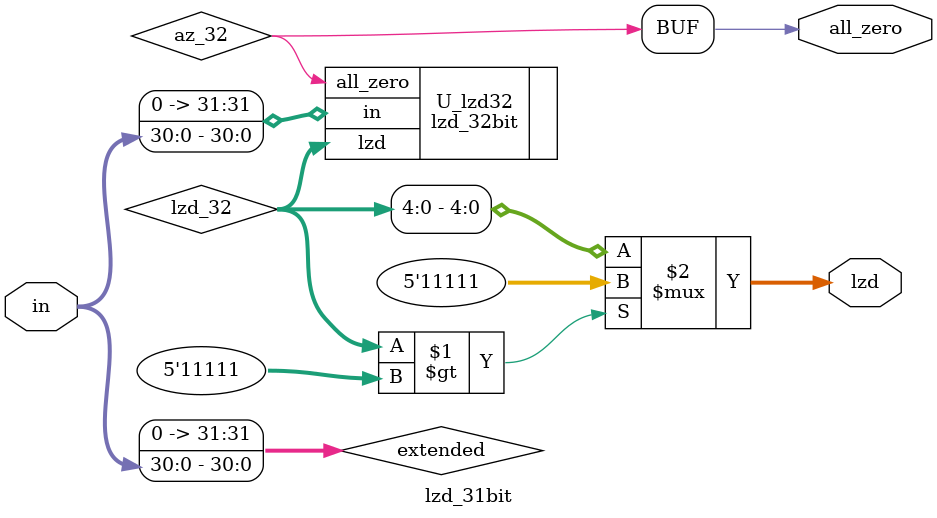
<source format=v>
`timescale 1ns / 1ps

module lzd_31bit (
    input  [30:0] in,
    output [4:0]  lzd,      // 0..31
    output        all_zero
);
    wire [31:0] extended = {1'b0, in}; // »óÀ§ 1ºñÆ®=0
    wire [5:0]  lzd_32;
    wire        az_32;

    lzd_32bit U_lzd32(
        .in(extended),
        .lzd(lzd_32),
        .all_zero(az_32)
    );
    
    assign all_zero = az_32;
    // lzd_32=0..32 => 32¸é ÀüºÎ0
    // ½ÇÁ¦ 31bit¿¡ ´ëÇØ 0..31ÀÌ¹Ç·Î ÇÏÀ§ 5ºñÆ® »ç¿ë
    assign lzd = (lzd_32 > 5'd31) ? 5'd31 : lzd_32[4:0];
endmodule

</source>
